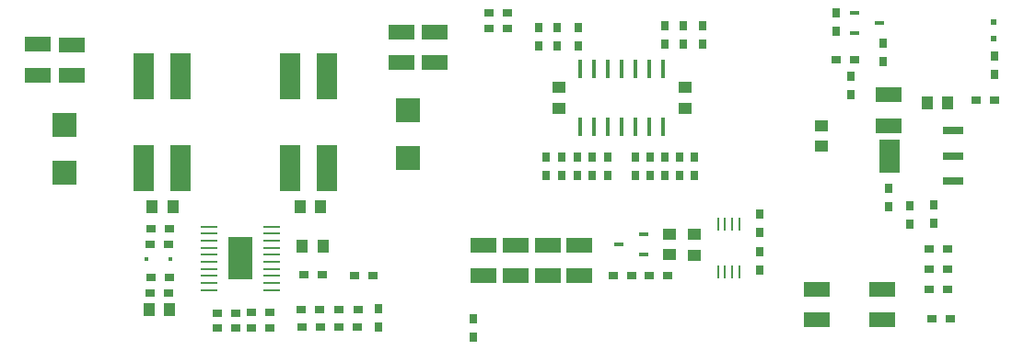
<source format=gbr>
G04 DipTrace 2.4.0.2*
%INTopPaste.gbr*%
%MOIN*%
%ADD47R,0.0156X0.0707*%
%ADD49R,0.0077X0.0471*%
%ADD51R,0.0766X0.1199*%
%ADD53R,0.0766X0.0294*%
%ADD55R,0.0904X0.1573*%
%ADD57R,0.0628X0.0077*%
%ADD59R,0.0766X0.1691*%
%ADD61R,0.0333X0.0176*%
%ADD67R,0.0235X0.0235*%
%ADD69R,0.0156X0.0156*%
%ADD71R,0.0865X0.0865*%
%ADD73R,0.0313X0.0353*%
%ADD75R,0.051X0.0431*%
%ADD77R,0.0431X0.051*%
%ADD79R,0.0983X0.055*%
%ADD81R,0.0353X0.0313*%
%FSLAX44Y44*%
G04*
G70*
G90*
G75*
G01*
%LNTopPaste*%
%LPD*%
D81*
X13303Y6579D3*
X13972D3*
D79*
X21690Y8491D3*
Y9594D3*
X22861Y8491D3*
Y9594D3*
X24019Y8497D3*
Y9600D3*
X25170Y8497D3*
Y9600D3*
D81*
X15132Y6621D3*
X15802D3*
D77*
X10348Y7250D3*
X9600D3*
D81*
X15114Y7263D3*
X15783D3*
D77*
X15147Y9566D3*
X15895D3*
D75*
X29330Y9235D3*
Y9983D3*
X28432Y9251D3*
Y9999D3*
D79*
X18725Y16240D3*
Y17342D3*
X19943Y16222D3*
Y17324D3*
D77*
X9704Y10999D3*
X10452D3*
X15058Y11007D3*
X15806D3*
D73*
X24538Y12129D3*
Y12798D3*
X24380Y16817D3*
Y17486D3*
D79*
X6794Y16873D3*
Y15771D3*
X5575Y16877D3*
Y15775D3*
D73*
X28809Y12129D3*
Y12798D3*
X28943Y16897D3*
Y17567D3*
D77*
X38507Y14767D3*
X37759D3*
D79*
X36378Y13942D3*
Y15044D3*
D73*
X37128Y11042D3*
Y10373D3*
D75*
X24447Y14566D3*
Y15314D3*
X28993Y14566D3*
Y15314D3*
D79*
X33753Y6878D3*
Y7980D3*
X36128Y6878D3*
Y7980D3*
D75*
X33940Y13190D3*
Y13938D3*
D71*
X6527Y13972D3*
Y12239D3*
X18953Y14507D3*
Y12775D3*
D69*
X10355Y9090D3*
X9488D3*
D67*
X40180Y17690D3*
Y17100D3*
D61*
X35141Y18035D3*
Y17287D3*
X36046Y17661D3*
D81*
X12749Y7143D3*
X12080D3*
X12745Y6580D3*
X12076D3*
X13973Y7149D3*
X13303D3*
D73*
X17896Y7297D3*
Y6627D3*
D81*
X17152Y7246D3*
X16482D3*
X17150Y6630D3*
X16480D3*
X9639Y7849D3*
X10308D3*
X15190Y8537D3*
X15859D3*
X9651Y8434D3*
X10320D3*
X17697Y8490D3*
X17028D3*
X9645Y9614D3*
X10314D3*
X9659Y10201D3*
X10328D3*
X27690Y8503D3*
X28359D3*
X27065D3*
X26396D3*
D73*
X31693Y10066D3*
Y10735D3*
Y8691D3*
Y9360D3*
X25101Y12129D3*
Y12798D3*
X26200Y12129D3*
Y12798D3*
X23976Y12804D3*
Y12135D3*
X25130Y17504D3*
Y16835D3*
X25636Y12129D3*
Y12798D3*
X23692Y16817D3*
Y17486D3*
X28278Y12129D3*
Y12798D3*
X27192Y12129D3*
Y12798D3*
X29348Y12808D3*
Y12139D3*
X28255Y17548D3*
Y16879D3*
X27736Y12129D3*
Y12798D3*
X29630Y16879D3*
Y17548D3*
X34999Y15064D3*
Y15733D3*
D81*
X34462Y16312D3*
X35131D3*
X39531Y14846D3*
X40200D3*
D73*
X38003Y10391D3*
Y11060D3*
X36378Y10998D3*
Y11667D3*
X34481Y18035D3*
Y17365D3*
D81*
X22562Y17444D3*
X21893D3*
Y18035D3*
X22562D3*
X37940Y6940D3*
X38609D3*
X38503Y8003D3*
X37833D3*
D73*
X21342Y6273D3*
Y6942D3*
D81*
X38507Y8714D3*
X37838D3*
X38507Y9472D3*
X37838D3*
D73*
X36165Y16273D3*
Y16942D3*
X40190Y15781D3*
Y16450D3*
D59*
X9385Y12381D3*
X10735D3*
Y15728D3*
X9385D3*
X14692Y12381D3*
X16043D3*
Y15728D3*
X14692D3*
D57*
X14046Y7972D3*
Y8227D3*
Y8483D3*
Y8739D3*
Y8995D3*
Y9251D3*
Y9507D3*
Y9763D3*
Y10019D3*
Y10275D3*
X11762D3*
Y10019D3*
Y9763D3*
Y9507D3*
Y9251D3*
Y8995D3*
Y8739D3*
Y8483D3*
Y8227D3*
Y7972D3*
D55*
X12904Y9123D3*
D53*
X38690Y11935D3*
Y12841D3*
Y13746D3*
D51*
X36407Y12841D3*
D49*
X30193Y8628D3*
X30449D3*
X30705D3*
X30961D3*
Y10360D3*
X30705D3*
X30449D3*
X30193D3*
D61*
X27505Y9253D3*
Y10001D3*
X26600Y9627D3*
D47*
X25192Y13879D3*
X25692D3*
X26192D3*
X26692D3*
X27192D3*
X27692D3*
X28192D3*
Y16005D3*
X27692D3*
X27192D3*
X26692D3*
X26192D3*
X25692D3*
X25192D3*
M02*

</source>
